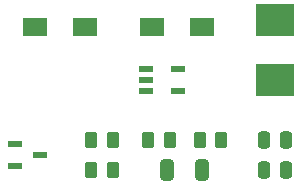
<source format=gbr>
%TF.GenerationSoftware,KiCad,Pcbnew,8.0.6*%
%TF.CreationDate,2025-06-18T20:25:26+05:30*%
%TF.ProjectId,Tiny Solar Suppy,54696e79-2053-46f6-9c61-722053757070,rev?*%
%TF.SameCoordinates,Original*%
%TF.FileFunction,Paste,Top*%
%TF.FilePolarity,Positive*%
%FSLAX46Y46*%
G04 Gerber Fmt 4.6, Leading zero omitted, Abs format (unit mm)*
G04 Created by KiCad (PCBNEW 8.0.6) date 2025-06-18 20:25:26*
%MOMM*%
%LPD*%
G01*
G04 APERTURE LIST*
G04 Aperture macros list*
%AMRoundRect*
0 Rectangle with rounded corners*
0 $1 Rounding radius*
0 $2 $3 $4 $5 $6 $7 $8 $9 X,Y pos of 4 corners*
0 Add a 4 corners polygon primitive as box body*
4,1,4,$2,$3,$4,$5,$6,$7,$8,$9,$2,$3,0*
0 Add four circle primitives for the rounded corners*
1,1,$1+$1,$2,$3*
1,1,$1+$1,$4,$5*
1,1,$1+$1,$6,$7*
1,1,$1+$1,$8,$9*
0 Add four rect primitives between the rounded corners*
20,1,$1+$1,$2,$3,$4,$5,0*
20,1,$1+$1,$4,$5,$6,$7,0*
20,1,$1+$1,$6,$7,$8,$9,0*
20,1,$1+$1,$8,$9,$2,$3,0*%
G04 Aperture macros list end*
%ADD10R,1.181100X0.558800*%
%ADD11RoundRect,0.250000X-0.262500X-0.450000X0.262500X-0.450000X0.262500X0.450000X-0.262500X0.450000X0*%
%ADD12RoundRect,0.250000X0.262500X0.450000X-0.262500X0.450000X-0.262500X-0.450000X0.262500X-0.450000X0*%
%ADD13R,1.300000X0.600000*%
%ADD14R,3.302000X2.667000*%
%ADD15R,2.120000X1.500000*%
%ADD16RoundRect,0.250000X-0.250000X-0.475000X0.250000X-0.475000X0.250000X0.475000X-0.250000X0.475000X0*%
%ADD17RoundRect,0.250000X0.325000X0.650000X-0.325000X0.650000X-0.325000X-0.650000X0.325000X-0.650000X0*%
%ADD18RoundRect,0.250000X0.250000X0.475000X-0.250000X0.475000X-0.250000X-0.475000X0.250000X-0.475000X0*%
G04 APERTURE END LIST*
D10*
%TO.C,U1*%
X76104750Y-97474999D03*
X76104750Y-98425000D03*
X76104750Y-99375001D03*
X78835250Y-99375001D03*
X78835250Y-97474999D03*
%TD*%
D11*
%TO.C,R4*%
X71477500Y-106045000D03*
X73302500Y-106045000D03*
%TD*%
D12*
%TO.C,R3*%
X73302500Y-103505000D03*
X71477500Y-103505000D03*
%TD*%
D11*
%TO.C,R2*%
X78105000Y-103505000D03*
X76280000Y-103505000D03*
%TD*%
D12*
%TO.C,R1*%
X80645000Y-103505000D03*
X82470000Y-103505000D03*
%TD*%
D13*
%TO.C,Q1*%
X67090000Y-104775000D03*
X64990000Y-105725000D03*
X64990000Y-103825000D03*
%TD*%
D14*
%TO.C,L1*%
X86995000Y-93319600D03*
X86995000Y-98450400D03*
%TD*%
D15*
%TO.C,D2*%
X70905000Y-93980000D03*
X66675000Y-93980000D03*
%TD*%
%TO.C,D1*%
X80855000Y-93980000D03*
X76625000Y-93980000D03*
%TD*%
D16*
%TO.C,C3*%
X86045000Y-106045000D03*
X87945000Y-106045000D03*
%TD*%
D17*
%TO.C,C2*%
X80850000Y-106045000D03*
X77900000Y-106045000D03*
%TD*%
D18*
%TO.C,C1*%
X87945000Y-103535000D03*
X86045000Y-103535000D03*
%TD*%
M02*

</source>
